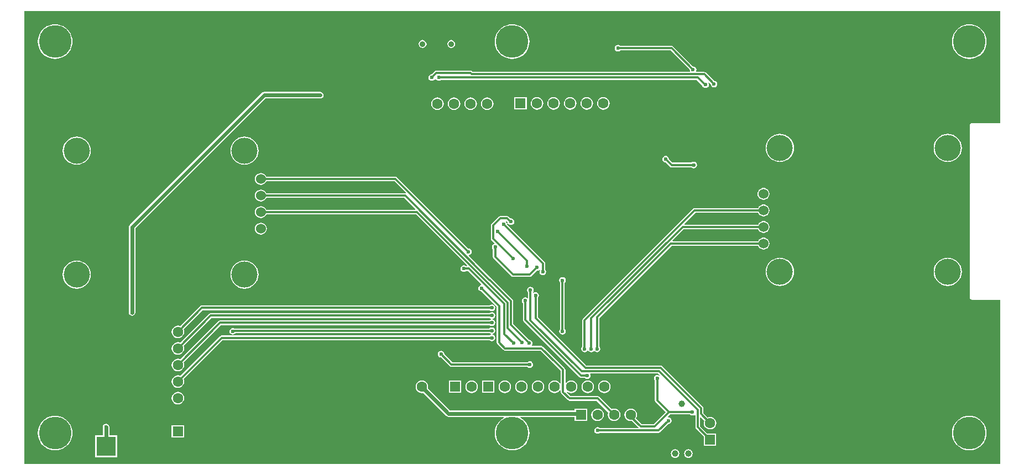
<source format=gbr>
%TF.GenerationSoftware,Altium Limited,Altium NEXUS,2.1.9 (83)*%
G04 Layer_Physical_Order=2*
G04 Layer_Color=16711680*
%FSLAX44Y44*%
%MOMM*%
%TF.FileFunction,Copper,L2,Bot,Signal*%
%TF.Part,Single*%
G01*
G75*
%TA.AperFunction,SMDPad,CuDef*%
%ADD35R,3.0000X3.0000*%
%TA.AperFunction,Conductor*%
%ADD42C,0.3000*%
%ADD43C,0.6000*%
%TA.AperFunction,ComponentPad*%
%ADD44C,1.6000*%
%ADD45R,1.6000X1.6000*%
%ADD46C,4.0000*%
%ADD47C,1.5240*%
%ADD48R,1.6000X1.6000*%
%ADD49C,1.0000*%
%TA.AperFunction,WasherPad*%
%ADD50C,5.0000*%
%TA.AperFunction,ComponentPad*%
%ADD51C,0.9000*%
%TA.AperFunction,ViaPad*%
%ADD52C,0.6000*%
G36*
X1496941Y696941D02*
X1496941Y525059D01*
X1454000Y525059D01*
X1452829Y524826D01*
X1451837Y524163D01*
X1451174Y523171D01*
X1450941Y522000D01*
X1450941Y257500D01*
X1451174Y256329D01*
X1451837Y255337D01*
X1452829Y254674D01*
X1454000Y254441D01*
X1496941Y254441D01*
X1496942Y3059D01*
X3059Y3059D01*
X3059Y696941D01*
X1496941Y696941D01*
D02*
G37*
%LPC*%
G36*
X656797Y652517D02*
X654456Y652052D01*
X652472Y650726D01*
X651146Y648741D01*
X650680Y646400D01*
X651146Y644059D01*
X652472Y642074D01*
X654456Y640748D01*
X656797Y640283D01*
X659139Y640748D01*
X661123Y642074D01*
X662449Y644059D01*
X662915Y646400D01*
X662449Y648741D01*
X661123Y650726D01*
X659139Y652052D01*
X656797Y652517D01*
D02*
G37*
G36*
X612798D02*
X610456Y652052D01*
X608472Y650726D01*
X607146Y648741D01*
X606680Y646400D01*
X607146Y644059D01*
X608472Y642074D01*
X610456Y640748D01*
X612798Y640283D01*
X615139Y640748D01*
X617123Y642074D01*
X618449Y644059D01*
X618915Y646400D01*
X618449Y648741D01*
X617123Y650726D01*
X615139Y652052D01*
X612798Y652517D01*
D02*
G37*
G36*
X1450000Y676582D02*
X1445842Y676255D01*
X1441786Y675281D01*
X1437932Y673685D01*
X1434375Y671505D01*
X1431204Y668796D01*
X1428495Y665624D01*
X1426315Y662068D01*
X1424719Y658214D01*
X1423745Y654158D01*
X1423418Y650000D01*
X1423745Y645842D01*
X1424719Y641786D01*
X1426315Y637932D01*
X1428495Y634375D01*
X1431204Y631204D01*
X1434375Y628495D01*
X1437932Y626315D01*
X1441786Y624719D01*
X1445842Y623745D01*
X1450000Y623418D01*
X1454158Y623745D01*
X1458214Y624719D01*
X1462068Y626315D01*
X1465625Y628495D01*
X1468796Y631204D01*
X1471505Y634375D01*
X1473685Y637932D01*
X1475281Y641786D01*
X1476255Y645842D01*
X1476582Y650000D01*
X1476255Y654158D01*
X1475281Y658214D01*
X1473685Y662068D01*
X1471505Y665624D01*
X1468796Y668796D01*
X1465625Y671505D01*
X1462068Y673685D01*
X1458214Y675281D01*
X1454158Y676255D01*
X1450000Y676582D01*
D02*
G37*
G36*
X750000D02*
X745842Y676255D01*
X741786Y675281D01*
X737932Y673685D01*
X734376Y671505D01*
X731204Y668796D01*
X728495Y665624D01*
X726315Y662068D01*
X724719Y658214D01*
X723745Y654158D01*
X723418Y650000D01*
X723745Y645842D01*
X724719Y641786D01*
X726315Y637932D01*
X728495Y634375D01*
X731204Y631204D01*
X734376Y628495D01*
X737932Y626315D01*
X741786Y624719D01*
X745842Y623745D01*
X750000Y623418D01*
X754158Y623745D01*
X758214Y624719D01*
X762068Y626315D01*
X765624Y628495D01*
X768796Y631204D01*
X771505Y634375D01*
X773685Y637932D01*
X775281Y641786D01*
X776255Y645842D01*
X776582Y650000D01*
X776255Y654158D01*
X775281Y658214D01*
X773685Y662068D01*
X771505Y665624D01*
X768796Y668796D01*
X765624Y671505D01*
X762068Y673685D01*
X758214Y675281D01*
X754158Y676255D01*
X750000Y676582D01*
D02*
G37*
G36*
X50000D02*
X45842Y676255D01*
X41786Y675281D01*
X37932Y673685D01*
X34376Y671505D01*
X31204Y668796D01*
X28495Y665624D01*
X26315Y662068D01*
X24719Y658214D01*
X23745Y654158D01*
X23418Y650000D01*
X23745Y645842D01*
X24719Y641786D01*
X26315Y637932D01*
X28495Y634375D01*
X31204Y631204D01*
X34376Y628495D01*
X37932Y626315D01*
X41786Y624719D01*
X45842Y623745D01*
X50000Y623418D01*
X54158Y623745D01*
X58214Y624719D01*
X62068Y626315D01*
X65624Y628495D01*
X68796Y631204D01*
X71505Y634375D01*
X73685Y637932D01*
X75281Y641786D01*
X76255Y645842D01*
X76582Y650000D01*
X76255Y654158D01*
X75281Y658214D01*
X73685Y662068D01*
X71505Y665624D01*
X68796Y668796D01*
X65624Y671505D01*
X62068Y673685D01*
X58214Y675281D01*
X54158Y676255D01*
X50000Y676582D01*
D02*
G37*
G36*
X912000Y645098D02*
X910049Y644710D01*
X908395Y643605D01*
X907290Y641951D01*
X906902Y640000D01*
X907290Y638049D01*
X908395Y636395D01*
X910049Y635290D01*
X912000Y634902D01*
X913951Y635290D01*
X915605Y636395D01*
X915629Y636431D01*
X992519D01*
X1021908Y607042D01*
X1021900Y606999D01*
X1022288Y605048D01*
X1022528Y604689D01*
X1021929Y603569D01*
X689478D01*
X688523Y604523D01*
X687366Y605297D01*
X686000Y605569D01*
X634000D01*
X632634Y605297D01*
X631477Y604523D01*
X627043Y600089D01*
X627000Y600098D01*
X625049Y599710D01*
X623395Y598605D01*
X622290Y596951D01*
X621902Y595000D01*
X622290Y593049D01*
X623395Y591395D01*
X625049Y590290D01*
X627000Y589902D01*
X628951Y590290D01*
X630605Y591395D01*
X631710Y593049D01*
X631853Y593766D01*
X633147D01*
X633290Y593049D01*
X634395Y591395D01*
X636049Y590290D01*
X638000Y589902D01*
X639951Y590290D01*
X641605Y591395D01*
X641629Y591431D01*
X1032522D01*
X1041138Y582816D01*
X1041290Y582049D01*
X1042395Y580395D01*
X1044049Y579290D01*
X1046000Y578902D01*
X1047951Y579290D01*
X1049605Y580395D01*
X1050710Y582049D01*
X1051098Y584000D01*
X1050710Y585951D01*
X1050298Y586568D01*
X1051000Y587803D01*
X1051159Y587794D01*
X1053911Y585043D01*
X1053902Y585000D01*
X1054290Y583049D01*
X1055395Y581395D01*
X1057049Y580290D01*
X1059000Y579902D01*
X1060951Y580290D01*
X1062605Y581395D01*
X1063710Y583049D01*
X1064098Y585000D01*
X1063710Y586951D01*
X1062605Y588605D01*
X1060951Y589710D01*
X1059000Y590098D01*
X1058957Y590089D01*
X1046523Y602523D01*
X1045366Y603297D01*
X1044000Y603569D01*
X1032066D01*
X1031468Y604689D01*
X1031708Y605048D01*
X1032096Y606999D01*
X1031708Y608950D01*
X1030603Y610604D01*
X1028949Y611709D01*
X1026998Y612097D01*
X1026955Y612088D01*
X996520Y642523D01*
X995362Y643297D01*
X993997Y643569D01*
X915629D01*
X915605Y643605D01*
X913951Y644710D01*
X912000Y645098D01*
D02*
G37*
G36*
X772230Y564840D02*
X753230D01*
Y545840D01*
X772230D01*
Y564840D01*
D02*
G37*
G36*
X889730Y564922D02*
X887250Y564596D01*
X884939Y563639D01*
X882954Y562116D01*
X881431Y560131D01*
X880474Y557820D01*
X880148Y555340D01*
X880474Y552860D01*
X881431Y550549D01*
X882954Y548565D01*
X884939Y547042D01*
X887250Y546085D01*
X889730Y545759D01*
X892210Y546085D01*
X894521Y547042D01*
X896505Y548565D01*
X898028Y550549D01*
X898985Y552860D01*
X899312Y555340D01*
X898985Y557820D01*
X898028Y560131D01*
X896505Y562116D01*
X894521Y563639D01*
X892210Y564596D01*
X889730Y564922D01*
D02*
G37*
G36*
X864330D02*
X861850Y564596D01*
X859539Y563639D01*
X857554Y562116D01*
X856031Y560131D01*
X855074Y557820D01*
X854748Y555340D01*
X855074Y552860D01*
X856031Y550549D01*
X857554Y548565D01*
X859539Y547042D01*
X861850Y546085D01*
X864330Y545759D01*
X866810Y546085D01*
X869121Y547042D01*
X871105Y548565D01*
X872628Y550549D01*
X873585Y552860D01*
X873912Y555340D01*
X873585Y557820D01*
X872628Y560131D01*
X871105Y562116D01*
X869121Y563639D01*
X866810Y564596D01*
X864330Y564922D01*
D02*
G37*
G36*
X838930D02*
X836450Y564596D01*
X834139Y563639D01*
X832154Y562116D01*
X830631Y560131D01*
X829674Y557820D01*
X829348Y555340D01*
X829674Y552860D01*
X830631Y550549D01*
X832154Y548565D01*
X834139Y547042D01*
X836450Y546085D01*
X838930Y545759D01*
X841410Y546085D01*
X843721Y547042D01*
X845705Y548565D01*
X847228Y550549D01*
X848185Y552860D01*
X848512Y555340D01*
X848185Y557820D01*
X847228Y560131D01*
X845705Y562116D01*
X843721Y563639D01*
X841410Y564596D01*
X838930Y564922D01*
D02*
G37*
G36*
X813530D02*
X811050Y564596D01*
X808739Y563639D01*
X806754Y562116D01*
X805231Y560131D01*
X804274Y557820D01*
X803948Y555340D01*
X804274Y552860D01*
X805231Y550549D01*
X806754Y548565D01*
X808739Y547042D01*
X811050Y546085D01*
X813530Y545759D01*
X816010Y546085D01*
X818321Y547042D01*
X820305Y548565D01*
X821828Y550549D01*
X822785Y552860D01*
X823111Y555340D01*
X822785Y557820D01*
X821828Y560131D01*
X820305Y562116D01*
X818321Y563639D01*
X816010Y564596D01*
X813530Y564922D01*
D02*
G37*
G36*
X788130D02*
X785650Y564596D01*
X783339Y563639D01*
X781354Y562116D01*
X779831Y560131D01*
X778874Y557820D01*
X778548Y555340D01*
X778874Y552860D01*
X779831Y550549D01*
X781354Y548565D01*
X783339Y547042D01*
X785650Y546085D01*
X788130Y545759D01*
X790610Y546085D01*
X792921Y547042D01*
X794905Y548565D01*
X796428Y550549D01*
X797385Y552860D01*
X797711Y555340D01*
X797385Y557820D01*
X796428Y560131D01*
X794905Y562116D01*
X792921Y563639D01*
X790610Y564596D01*
X788130Y564922D01*
D02*
G37*
G36*
X711930Y564582D02*
X709450Y564255D01*
X707139Y563298D01*
X705154Y561776D01*
X703632Y559791D01*
X702674Y557480D01*
X702348Y555000D01*
X702674Y552520D01*
X703632Y550209D01*
X705154Y548225D01*
X707139Y546702D01*
X709450Y545745D01*
X711930Y545418D01*
X714410Y545745D01*
X716721Y546702D01*
X718705Y548225D01*
X720228Y550209D01*
X721186Y552520D01*
X721512Y555000D01*
X721186Y557480D01*
X720228Y559791D01*
X718705Y561776D01*
X716721Y563298D01*
X714410Y564255D01*
X711930Y564582D01*
D02*
G37*
G36*
X686530D02*
X684050Y564255D01*
X681739Y563298D01*
X679754Y561776D01*
X678232Y559791D01*
X677274Y557480D01*
X676948Y555000D01*
X677274Y552520D01*
X678232Y550209D01*
X679754Y548225D01*
X681739Y546702D01*
X684050Y545745D01*
X686530Y545418D01*
X689010Y545745D01*
X691321Y546702D01*
X693305Y548225D01*
X694828Y550209D01*
X695786Y552520D01*
X696112Y555000D01*
X695786Y557480D01*
X694828Y559791D01*
X693305Y561776D01*
X691321Y563298D01*
X689010Y564255D01*
X686530Y564582D01*
D02*
G37*
G36*
X661130D02*
X658650Y564255D01*
X656339Y563298D01*
X654354Y561776D01*
X652832Y559791D01*
X651874Y557480D01*
X651548Y555000D01*
X651874Y552520D01*
X652832Y550209D01*
X654354Y548225D01*
X656339Y546702D01*
X658650Y545745D01*
X661130Y545418D01*
X663610Y545745D01*
X665921Y546702D01*
X667905Y548225D01*
X669428Y550209D01*
X670386Y552520D01*
X670712Y555000D01*
X670386Y557480D01*
X669428Y559791D01*
X667905Y561776D01*
X665921Y563298D01*
X663610Y564255D01*
X661130Y564582D01*
D02*
G37*
G36*
X635730D02*
X633250Y564255D01*
X630939Y563298D01*
X628955Y561776D01*
X627432Y559791D01*
X626474Y557480D01*
X626148Y555000D01*
X626474Y552520D01*
X627432Y550209D01*
X628955Y548225D01*
X630939Y546702D01*
X633250Y545745D01*
X635730Y545418D01*
X638210Y545745D01*
X640521Y546702D01*
X642505Y548225D01*
X644028Y550209D01*
X644986Y552520D01*
X645312Y555000D01*
X644986Y557480D01*
X644028Y559791D01*
X642505Y561776D01*
X640521Y563298D01*
X638210Y564255D01*
X635730Y564582D01*
D02*
G37*
G36*
X1416926Y508684D02*
X1412711Y508269D01*
X1408658Y507039D01*
X1404924Y505043D01*
X1401650Y502356D01*
X1398963Y499082D01*
X1396967Y495348D01*
X1395737Y491295D01*
X1395322Y487080D01*
X1395737Y482865D01*
X1396967Y478812D01*
X1398963Y475078D01*
X1401650Y471804D01*
X1404924Y469117D01*
X1408658Y467121D01*
X1412711Y465891D01*
X1416926Y465476D01*
X1421141Y465891D01*
X1425193Y467121D01*
X1428929Y469117D01*
X1432202Y471804D01*
X1434889Y475078D01*
X1436886Y478812D01*
X1438115Y482865D01*
X1438530Y487080D01*
X1438115Y491295D01*
X1436886Y495348D01*
X1434889Y499082D01*
X1432202Y502356D01*
X1428929Y505043D01*
X1425193Y507039D01*
X1421141Y508269D01*
X1416926Y508684D01*
D02*
G37*
G36*
X1159926D02*
X1155711Y508269D01*
X1151658Y507039D01*
X1147924Y505043D01*
X1144650Y502356D01*
X1141963Y499082D01*
X1139967Y495348D01*
X1138737Y491295D01*
X1138322Y487080D01*
X1138737Y482865D01*
X1139967Y478812D01*
X1141963Y475078D01*
X1144650Y471804D01*
X1147924Y469117D01*
X1151658Y467121D01*
X1155711Y465891D01*
X1159926Y465476D01*
X1164141Y465891D01*
X1168194Y467121D01*
X1171928Y469117D01*
X1175202Y471804D01*
X1177889Y475078D01*
X1179885Y478812D01*
X1181115Y482865D01*
X1181530Y487080D01*
X1181115Y491295D01*
X1179885Y495348D01*
X1177889Y499082D01*
X1175202Y502356D01*
X1171928Y505043D01*
X1168194Y507039D01*
X1164141Y508269D01*
X1159926Y508684D01*
D02*
G37*
G36*
X340074Y504524D02*
X335859Y504109D01*
X331806Y502879D01*
X328072Y500883D01*
X324798Y498196D01*
X322111Y494923D01*
X320115Y491188D01*
X318885Y487135D01*
X318470Y482920D01*
X318885Y478705D01*
X320115Y474652D01*
X322111Y470918D01*
X324798Y467644D01*
X328072Y464957D01*
X331806Y462961D01*
X335859Y461731D01*
X340074Y461316D01*
X344289Y461731D01*
X348341Y462961D01*
X352076Y464957D01*
X355350Y467644D01*
X358037Y470918D01*
X360033Y474652D01*
X361263Y478705D01*
X361678Y482920D01*
X361263Y487135D01*
X360033Y491188D01*
X358037Y494923D01*
X355350Y498196D01*
X352076Y500883D01*
X348341Y502879D01*
X344289Y504109D01*
X340074Y504524D01*
D02*
G37*
G36*
X83074D02*
X78859Y504109D01*
X74806Y502879D01*
X71072Y500883D01*
X67798Y498196D01*
X65111Y494923D01*
X63115Y491188D01*
X61885Y487135D01*
X61470Y482920D01*
X61885Y478705D01*
X63115Y474652D01*
X65111Y470918D01*
X67798Y467644D01*
X71072Y464957D01*
X74806Y462961D01*
X78859Y461731D01*
X83074Y461316D01*
X87289Y461731D01*
X91341Y462961D01*
X95077Y464957D01*
X98350Y467644D01*
X101037Y470918D01*
X103034Y474652D01*
X104263Y478705D01*
X104678Y482920D01*
X104263Y487135D01*
X103034Y491188D01*
X101037Y494923D01*
X98350Y498196D01*
X95077Y500883D01*
X91341Y502879D01*
X87289Y504109D01*
X83074Y504524D01*
D02*
G37*
G36*
X985000Y475098D02*
X983049Y474710D01*
X981395Y473605D01*
X980290Y471951D01*
X979902Y470000D01*
X980290Y468049D01*
X981395Y466395D01*
X983049Y465290D01*
X985000Y464902D01*
X985043Y464911D01*
X991477Y458477D01*
X992634Y457703D01*
X994000Y457431D01*
X1024371D01*
X1024395Y457395D01*
X1026049Y456290D01*
X1028000Y455902D01*
X1029951Y456290D01*
X1031605Y457395D01*
X1032710Y459049D01*
X1033098Y461000D01*
X1032710Y462951D01*
X1031605Y464605D01*
X1029951Y465710D01*
X1028000Y466098D01*
X1026049Y465710D01*
X1024395Y464605D01*
X1024371Y464569D01*
X995478D01*
X990089Y469957D01*
X990098Y470000D01*
X989710Y471951D01*
X988605Y473605D01*
X986951Y474710D01*
X985000Y475098D01*
D02*
G37*
G36*
X365074Y448719D02*
X362693Y448405D01*
X360475Y447486D01*
X358569Y446025D01*
X357108Y444119D01*
X356189Y441901D01*
X355875Y439520D01*
X356189Y437139D01*
X357108Y434921D01*
X358569Y433016D01*
X360475Y431554D01*
X362693Y430635D01*
X365074Y430321D01*
X367455Y430635D01*
X369673Y431554D01*
X371578Y433016D01*
X373040Y434921D01*
X373467Y435951D01*
X570002D01*
X587205Y418748D01*
X586580Y417578D01*
X586022Y417689D01*
X373467D01*
X373040Y418719D01*
X371578Y420625D01*
X369673Y422086D01*
X367455Y423005D01*
X365074Y423319D01*
X362693Y423005D01*
X360475Y422086D01*
X358569Y420625D01*
X357108Y418719D01*
X356189Y416501D01*
X355875Y414120D01*
X356189Y411739D01*
X357108Y409521D01*
X358569Y407616D01*
X360475Y406154D01*
X362693Y405235D01*
X365074Y404921D01*
X367455Y405235D01*
X369673Y406154D01*
X371578Y407616D01*
X373040Y409521D01*
X373467Y410551D01*
X584544D01*
X601633Y393462D01*
X601147Y392289D01*
X373467D01*
X373040Y393319D01*
X371578Y395224D01*
X369673Y396686D01*
X367455Y397605D01*
X365074Y397919D01*
X362693Y397605D01*
X360475Y396686D01*
X358569Y395224D01*
X357108Y393319D01*
X356189Y391101D01*
X355875Y388720D01*
X356189Y386339D01*
X357108Y384121D01*
X358569Y382215D01*
X360475Y380754D01*
X362693Y379835D01*
X365074Y379521D01*
X367455Y379835D01*
X369673Y380754D01*
X371578Y382215D01*
X373040Y384121D01*
X373467Y385151D01*
X602873D01*
X681282Y306742D01*
X680816Y305616D01*
X679623Y305578D01*
X679605Y305605D01*
X677951Y306710D01*
X676000Y307098D01*
X674049Y306710D01*
X672395Y305605D01*
X671290Y303951D01*
X670902Y302000D01*
X671290Y300049D01*
X672395Y298395D01*
X674049Y297290D01*
X676000Y296902D01*
X677951Y297290D01*
X679605Y298395D01*
X679629Y298431D01*
X682522D01*
X702633Y278320D01*
X702215Y276942D01*
X701049Y276710D01*
X699395Y275605D01*
X698290Y273951D01*
X697902Y272000D01*
X698290Y270049D01*
X699395Y268395D01*
X701049Y267290D01*
X703000Y266902D01*
X703043Y266910D01*
X723256Y246697D01*
X722447Y245710D01*
X720951Y246710D01*
X719000Y247098D01*
X717049Y246710D01*
X715395Y245605D01*
X715371Y245569D01*
X274800D01*
X273434Y245297D01*
X272277Y244523D01*
X241702Y213949D01*
X240480Y214456D01*
X238000Y214782D01*
X235520Y214456D01*
X233209Y213498D01*
X231225Y211975D01*
X229702Y209991D01*
X228745Y207680D01*
X228418Y205200D01*
X228745Y202720D01*
X229702Y200409D01*
X231225Y198424D01*
X233209Y196902D01*
X235520Y195944D01*
X238000Y195618D01*
X240480Y195944D01*
X242791Y196902D01*
X244776Y198424D01*
X246298Y200409D01*
X247255Y202720D01*
X247582Y205200D01*
X247255Y207680D01*
X246749Y208902D01*
X276278Y238431D01*
X715371D01*
X715395Y238395D01*
X717049Y237290D01*
X719000Y236902D01*
X720951Y237290D01*
X722605Y238395D01*
X723710Y240049D01*
X724098Y242000D01*
X723710Y243951D01*
X722710Y245447D01*
X723697Y246256D01*
X726431Y243522D01*
Y189000D01*
X726703Y187634D01*
X727477Y186477D01*
X736477Y177477D01*
X737634Y176703D01*
X739000Y176431D01*
X793522D01*
X814977Y154977D01*
X815276Y154776D01*
X815477Y154477D01*
X824431Y145522D01*
Y125891D01*
X823161Y125638D01*
X823098Y125791D01*
X821575Y127775D01*
X819591Y129298D01*
X817280Y130255D01*
X814800Y130582D01*
X812320Y130255D01*
X810009Y129298D01*
X808025Y127775D01*
X806502Y125791D01*
X805545Y123480D01*
X805218Y121000D01*
X805545Y118520D01*
X806502Y116209D01*
X808025Y114225D01*
X810009Y112702D01*
X812320Y111745D01*
X814800Y111418D01*
X817280Y111745D01*
X819591Y112702D01*
X821575Y114225D01*
X823098Y116209D01*
X823161Y116362D01*
X824431Y116109D01*
Y113000D01*
X824703Y111634D01*
X825477Y110477D01*
X835477Y100477D01*
X836634Y99703D01*
X838000Y99431D01*
X879522D01*
X897251Y81702D01*
X896745Y80480D01*
X896418Y78000D01*
X896745Y75520D01*
X897702Y73209D01*
X899224Y71224D01*
X901209Y69702D01*
X903520Y68745D01*
X906000Y68418D01*
X908480Y68745D01*
X910791Y69702D01*
X912775Y71224D01*
X914298Y73209D01*
X915255Y75520D01*
X915582Y78000D01*
X915255Y80480D01*
X914298Y82791D01*
X912775Y84775D01*
X910791Y86298D01*
X908480Y87255D01*
X906000Y87582D01*
X903520Y87255D01*
X902298Y86749D01*
X883523Y105523D01*
X882366Y106297D01*
X881000Y106569D01*
X839478D01*
X833418Y112629D01*
X834257Y113586D01*
X835409Y112702D01*
X837720Y111745D01*
X840200Y111418D01*
X842680Y111745D01*
X844991Y112702D01*
X846975Y114225D01*
X848498Y116209D01*
X849455Y118520D01*
X849782Y121000D01*
X849455Y123480D01*
X848498Y125791D01*
X846975Y127775D01*
X844991Y129298D01*
X842680Y130255D01*
X840200Y130582D01*
X837720Y130255D01*
X835409Y129298D01*
X833425Y127775D01*
X832839Y127012D01*
X831569Y127443D01*
Y147000D01*
X831297Y148366D01*
X830523Y149523D01*
X820523Y159523D01*
X820224Y159724D01*
X820023Y160023D01*
X797523Y182523D01*
X796366Y183297D01*
X795000Y183569D01*
X780480D01*
X779901Y184839D01*
X780710Y186049D01*
X781098Y188000D01*
X780710Y189951D01*
X779605Y191605D01*
X777951Y192710D01*
X776000Y193098D01*
X775957Y193090D01*
X751569Y217478D01*
Y252142D01*
X751297Y253508D01*
X750523Y254666D01*
X718094Y287094D01*
X717837Y287266D01*
X717665Y287523D01*
X683485Y321704D01*
X683903Y323082D01*
X684951Y323290D01*
X686605Y324395D01*
X687710Y326049D01*
X688098Y328000D01*
X687710Y329951D01*
X686605Y331605D01*
X684951Y332710D01*
X683000Y333098D01*
X682957Y333089D01*
X574003Y442043D01*
X572846Y442817D01*
X571480Y443089D01*
X373467D01*
X373040Y444119D01*
X371578Y446025D01*
X369673Y447486D01*
X367455Y448405D01*
X365074Y448719D01*
D02*
G37*
G36*
X1134926Y425879D02*
X1132545Y425565D01*
X1130327Y424646D01*
X1128421Y423185D01*
X1126960Y421279D01*
X1126041Y419061D01*
X1125727Y416680D01*
X1126041Y414299D01*
X1126960Y412081D01*
X1128421Y410176D01*
X1130327Y408714D01*
X1132545Y407795D01*
X1134926Y407481D01*
X1137307Y407795D01*
X1139525Y408714D01*
X1141431Y410176D01*
X1142892Y412081D01*
X1143811Y414299D01*
X1144125Y416680D01*
X1143811Y419061D01*
X1142892Y421279D01*
X1141431Y423185D01*
X1139525Y424646D01*
X1137307Y425565D01*
X1134926Y425879D01*
D02*
G37*
G36*
Y400479D02*
X1132545Y400165D01*
X1130327Y399246D01*
X1128421Y397785D01*
X1126960Y395879D01*
X1126533Y394849D01*
X1029280D01*
X1027914Y394577D01*
X1026757Y393803D01*
X858477Y225523D01*
X857703Y224366D01*
X857431Y223000D01*
Y182629D01*
X857395Y182605D01*
X856290Y180951D01*
X855902Y179000D01*
X856290Y177049D01*
X857395Y175395D01*
X859049Y174290D01*
X861000Y173902D01*
X862951Y174290D01*
X864605Y175395D01*
X865236Y176340D01*
X866764D01*
X867395Y175395D01*
X869049Y174290D01*
X871000Y173902D01*
X872951Y174290D01*
X874605Y175395D01*
X874865Y175785D01*
X876135D01*
X876395Y175395D01*
X878049Y174290D01*
X880000Y173902D01*
X881951Y174290D01*
X883605Y175395D01*
X884710Y177049D01*
X885098Y179000D01*
X884710Y180951D01*
X883605Y182605D01*
X883569Y182629D01*
Y226380D01*
X994100Y336911D01*
X1126533D01*
X1126960Y335881D01*
X1128421Y333976D01*
X1130327Y332514D01*
X1132545Y331595D01*
X1134926Y331281D01*
X1137307Y331595D01*
X1139525Y332514D01*
X1141431Y333976D01*
X1142892Y335881D01*
X1143811Y338099D01*
X1144125Y340480D01*
X1143811Y342861D01*
X1142892Y345079D01*
X1141431Y346984D01*
X1139525Y348446D01*
X1137307Y349365D01*
X1134926Y349679D01*
X1132545Y349365D01*
X1130327Y348446D01*
X1128421Y346984D01*
X1126960Y345079D01*
X1126533Y344049D01*
X995826D01*
X995340Y345222D01*
X1012429Y362311D01*
X1126533D01*
X1126960Y361281D01*
X1128421Y359376D01*
X1130327Y357914D01*
X1132545Y356995D01*
X1134926Y356681D01*
X1137307Y356995D01*
X1139525Y357914D01*
X1141431Y359376D01*
X1142892Y361281D01*
X1143811Y363499D01*
X1144125Y365880D01*
X1143811Y368261D01*
X1142892Y370479D01*
X1141431Y372384D01*
X1139525Y373846D01*
X1137307Y374765D01*
X1134926Y375079D01*
X1132545Y374765D01*
X1130327Y373846D01*
X1128421Y372384D01*
X1126960Y370479D01*
X1126533Y369449D01*
X1014155D01*
X1013669Y370622D01*
X1030758Y387711D01*
X1126533D01*
X1126960Y386681D01*
X1128421Y384776D01*
X1130327Y383314D01*
X1132545Y382395D01*
X1134926Y382081D01*
X1137307Y382395D01*
X1139525Y383314D01*
X1141431Y384776D01*
X1142892Y386681D01*
X1143811Y388899D01*
X1144125Y391280D01*
X1143811Y393661D01*
X1142892Y395879D01*
X1141431Y397785D01*
X1139525Y399246D01*
X1137307Y400165D01*
X1134926Y400479D01*
D02*
G37*
G36*
X742393Y382569D02*
X732000D01*
X730634Y382297D01*
X729477Y381523D01*
X718477Y370523D01*
X717703Y369366D01*
X717431Y368000D01*
Y348000D01*
X717703Y346634D01*
X718477Y345477D01*
X722927Y341026D01*
X722558Y339811D01*
X722049Y339710D01*
X720395Y338605D01*
X719290Y336951D01*
X718902Y335000D01*
X719290Y333049D01*
X720395Y331395D01*
X720431Y331371D01*
Y320000D01*
X720703Y318634D01*
X721477Y317477D01*
X748477Y290477D01*
X749634Y289703D01*
X751000Y289431D01*
X777000D01*
X778366Y289703D01*
X779523Y290477D01*
X787957Y298911D01*
X788000Y298902D01*
X789951Y299290D01*
X791280Y300178D01*
X792429Y299988D01*
X792754Y299828D01*
X792796Y299708D01*
X792290Y298951D01*
X791902Y297000D01*
X792290Y295049D01*
X793395Y293395D01*
X795049Y292290D01*
X797000Y291902D01*
X798951Y292290D01*
X800605Y293395D01*
X801710Y295049D01*
X802098Y297000D01*
X801710Y298951D01*
X800605Y300605D01*
X800569Y300629D01*
Y310000D01*
X800297Y311366D01*
X799523Y312523D01*
X742089Y369957D01*
X742098Y370000D01*
X741710Y371951D01*
X740605Y373605D01*
X740933Y374913D01*
X741352Y374995D01*
X743040Y373307D01*
X743290Y372049D01*
X744395Y370395D01*
X746049Y369290D01*
X748000Y368902D01*
X749951Y369290D01*
X751605Y370395D01*
X752710Y372049D01*
X753098Y374000D01*
X752710Y375951D01*
X751605Y377605D01*
X749951Y378710D01*
X748000Y379098D01*
X747451Y378989D01*
X744917Y381523D01*
X743759Y382297D01*
X742393Y382569D01*
D02*
G37*
G36*
X365074Y372519D02*
X362693Y372205D01*
X360475Y371286D01*
X358569Y369824D01*
X357108Y367919D01*
X356189Y365701D01*
X355875Y363320D01*
X356189Y360939D01*
X357108Y358721D01*
X358569Y356815D01*
X360475Y355354D01*
X362693Y354435D01*
X365074Y354121D01*
X367455Y354435D01*
X369673Y355354D01*
X371578Y356815D01*
X373040Y358721D01*
X373959Y360939D01*
X374273Y363320D01*
X373959Y365701D01*
X373040Y367919D01*
X371578Y369824D01*
X369673Y371286D01*
X367455Y372205D01*
X365074Y372519D01*
D02*
G37*
G36*
X1416926Y318684D02*
X1412711Y318269D01*
X1408658Y317040D01*
X1404924Y315043D01*
X1401650Y312356D01*
X1398963Y309083D01*
X1396967Y305347D01*
X1395737Y301295D01*
X1395322Y297080D01*
X1395737Y292865D01*
X1396967Y288813D01*
X1398963Y285077D01*
X1401650Y281804D01*
X1404924Y279117D01*
X1408658Y277120D01*
X1412711Y275891D01*
X1416926Y275476D01*
X1421141Y275891D01*
X1425193Y277120D01*
X1428929Y279117D01*
X1432202Y281804D01*
X1434889Y285077D01*
X1436886Y288813D01*
X1438115Y292865D01*
X1438530Y297080D01*
X1438115Y301295D01*
X1436886Y305347D01*
X1434889Y309083D01*
X1432202Y312356D01*
X1428929Y315043D01*
X1425193Y317040D01*
X1421141Y318269D01*
X1416926Y318684D01*
D02*
G37*
G36*
X1159926D02*
X1155711Y318269D01*
X1151658Y317040D01*
X1147924Y315043D01*
X1144650Y312356D01*
X1141963Y309083D01*
X1139967Y305347D01*
X1138737Y301295D01*
X1138322Y297080D01*
X1138737Y292865D01*
X1139967Y288813D01*
X1141963Y285077D01*
X1144650Y281804D01*
X1147924Y279117D01*
X1151658Y277120D01*
X1155711Y275891D01*
X1159926Y275476D01*
X1164141Y275891D01*
X1168194Y277120D01*
X1171928Y279117D01*
X1175202Y281804D01*
X1177889Y285077D01*
X1179885Y288813D01*
X1181115Y292865D01*
X1181530Y297080D01*
X1181115Y301295D01*
X1179885Y305347D01*
X1177889Y309083D01*
X1175202Y312356D01*
X1171928Y315043D01*
X1168194Y317040D01*
X1164141Y318269D01*
X1159926Y318684D01*
D02*
G37*
G36*
X340074Y314524D02*
X335859Y314109D01*
X331806Y312880D01*
X328072Y310883D01*
X324798Y308196D01*
X322111Y304923D01*
X320115Y301187D01*
X318885Y297135D01*
X318470Y292920D01*
X318885Y288705D01*
X320115Y284653D01*
X322111Y280917D01*
X324798Y277644D01*
X328072Y274957D01*
X331806Y272960D01*
X335859Y271731D01*
X340074Y271316D01*
X344289Y271731D01*
X348341Y272960D01*
X352076Y274957D01*
X355350Y277644D01*
X358037Y280917D01*
X360033Y284653D01*
X361263Y288705D01*
X361678Y292920D01*
X361263Y297135D01*
X360033Y301187D01*
X358037Y304923D01*
X355350Y308196D01*
X352076Y310883D01*
X348341Y312880D01*
X344289Y314109D01*
X340074Y314524D01*
D02*
G37*
G36*
X83074D02*
X78859Y314109D01*
X74806Y312880D01*
X71072Y310883D01*
X67798Y308196D01*
X65111Y304923D01*
X63115Y301187D01*
X61885Y297135D01*
X61470Y292920D01*
X61885Y288705D01*
X63115Y284653D01*
X65111Y280917D01*
X67798Y277644D01*
X71072Y274957D01*
X74806Y272960D01*
X78859Y271731D01*
X83074Y271316D01*
X87289Y271731D01*
X91341Y272960D01*
X95077Y274957D01*
X98350Y277644D01*
X101037Y280917D01*
X103034Y284653D01*
X104263Y288705D01*
X104678Y292920D01*
X104263Y297135D01*
X103034Y301187D01*
X101037Y304923D01*
X98350Y308196D01*
X95077Y310883D01*
X91341Y312880D01*
X87289Y314109D01*
X83074Y314524D01*
D02*
G37*
G36*
X778000Y274098D02*
X776049Y273710D01*
X774395Y272605D01*
X773290Y270951D01*
X772902Y269000D01*
X773290Y267049D01*
X774395Y265395D01*
X774431Y265371D01*
Y257480D01*
X773161Y256901D01*
X771951Y257710D01*
X770000Y258098D01*
X768049Y257710D01*
X766395Y256605D01*
X765290Y254951D01*
X764902Y253000D01*
X765290Y251049D01*
X766395Y249395D01*
X766431Y249371D01*
Y223929D01*
X766703Y222563D01*
X767477Y221406D01*
X853406Y135477D01*
X854563Y134703D01*
X855929Y134431D01*
X861371D01*
X861395Y134395D01*
X863049Y133290D01*
X865000Y132902D01*
X866951Y133290D01*
X868605Y134395D01*
X869710Y136049D01*
X870098Y138000D01*
X869710Y139951D01*
X869469Y140311D01*
X870068Y141431D01*
X973522D01*
X975794Y139159D01*
X975803Y139000D01*
X974568Y138298D01*
X973951Y138710D01*
X972000Y139098D01*
X970049Y138710D01*
X968395Y137605D01*
X967290Y135951D01*
X966902Y134000D01*
X967290Y132049D01*
X968395Y130395D01*
X968431Y130371D01*
Y100000D01*
X968703Y98634D01*
X969477Y97477D01*
X984953Y82000D01*
X966522Y63569D01*
X948478D01*
X939325Y72722D01*
X939698Y73209D01*
X940655Y75520D01*
X940982Y78000D01*
X940655Y80480D01*
X939698Y82791D01*
X938175Y84775D01*
X936191Y86298D01*
X933880Y87255D01*
X931400Y87582D01*
X928920Y87255D01*
X926609Y86298D01*
X924624Y84775D01*
X923102Y82791D01*
X922144Y80480D01*
X921818Y78000D01*
X922144Y75520D01*
X923102Y73209D01*
X924624Y71224D01*
X926609Y69702D01*
X928920Y68745D01*
X931400Y68418D01*
X933287Y68667D01*
X943211Y58742D01*
X942725Y57569D01*
X884629D01*
X884605Y57605D01*
X882951Y58710D01*
X881000Y59098D01*
X879049Y58710D01*
X877395Y57605D01*
X876290Y55951D01*
X875902Y54000D01*
X876290Y52049D01*
X877395Y50395D01*
X879049Y49290D01*
X881000Y48902D01*
X882951Y49290D01*
X884605Y50395D01*
X884629Y50431D01*
X974000D01*
X975366Y50703D01*
X976523Y51477D01*
X988957Y63910D01*
X989000Y63902D01*
X990951Y64290D01*
X992605Y65395D01*
X993710Y67049D01*
X994098Y69000D01*
X993710Y70951D01*
X992605Y72605D01*
X990951Y73710D01*
X989000Y74098D01*
X988926Y74083D01*
X988300Y75254D01*
X991478Y78431D01*
X1022371D01*
X1022395Y78395D01*
X1024049Y77290D01*
X1026000Y76902D01*
X1027951Y77290D01*
X1029161Y78099D01*
X1030431Y77520D01*
Y59000D01*
X1030703Y57634D01*
X1031477Y56477D01*
X1043500Y44453D01*
Y30500D01*
X1062500D01*
Y49500D01*
X1048547D01*
X1037569Y60478D01*
Y74125D01*
X1038742Y74611D01*
X1044251Y69102D01*
X1043745Y67880D01*
X1043418Y65400D01*
X1043745Y62920D01*
X1044702Y60609D01*
X1046225Y58625D01*
X1048209Y57102D01*
X1050520Y56144D01*
X1053000Y55818D01*
X1055480Y56144D01*
X1057791Y57102D01*
X1059775Y58625D01*
X1061298Y60609D01*
X1062255Y62920D01*
X1062582Y65400D01*
X1062255Y67880D01*
X1061298Y70191D01*
X1059775Y72175D01*
X1057791Y73698D01*
X1055480Y74655D01*
X1053000Y74982D01*
X1050520Y74655D01*
X1049298Y74149D01*
X1042569Y80878D01*
Y88071D01*
X1042297Y89437D01*
X1041523Y90594D01*
X979594Y152523D01*
X978437Y153297D01*
X977071Y153569D01*
X883000D01*
X883000Y153569D01*
X863478D01*
X789569Y227478D01*
Y257371D01*
X789605Y257395D01*
X790710Y259049D01*
X791098Y261000D01*
X790710Y262951D01*
X789605Y264605D01*
X787951Y265710D01*
X786000Y266098D01*
X784049Y265710D01*
X782839Y264901D01*
X782727Y264942D01*
X781974Y265948D01*
X782710Y267049D01*
X783098Y269000D01*
X782710Y270951D01*
X781605Y272605D01*
X779951Y273710D01*
X778000Y274098D01*
D02*
G37*
G36*
X456000Y573098D02*
X370000D01*
X368049Y572710D01*
X366395Y571605D01*
X164395Y369605D01*
X163290Y367951D01*
X162902Y366000D01*
Y235000D01*
X163290Y233049D01*
X164395Y231395D01*
X166049Y230290D01*
X168000Y229902D01*
X169951Y230290D01*
X171605Y231395D01*
X172710Y233049D01*
X173098Y235000D01*
Y363888D01*
X372112Y562902D01*
X456000D01*
X457951Y563290D01*
X459605Y564395D01*
X460710Y566049D01*
X461098Y568000D01*
X460710Y569951D01*
X459605Y571605D01*
X457951Y572710D01*
X456000Y573098D01*
D02*
G37*
G36*
X719000Y235098D02*
X717049Y234710D01*
X715395Y233605D01*
X715371Y233569D01*
X288200D01*
X286834Y233297D01*
X285677Y232523D01*
X241702Y188549D01*
X240480Y189056D01*
X238000Y189382D01*
X235520Y189056D01*
X233209Y188098D01*
X231225Y186575D01*
X229702Y184591D01*
X228745Y182280D01*
X228418Y179800D01*
X228745Y177320D01*
X229702Y175009D01*
X231225Y173025D01*
X233209Y171502D01*
X235520Y170544D01*
X238000Y170218D01*
X240480Y170544D01*
X242791Y171502D01*
X244776Y173025D01*
X246298Y175009D01*
X247255Y177320D01*
X247582Y179800D01*
X247255Y182280D01*
X246749Y183502D01*
X289678Y226431D01*
X715371D01*
X715395Y226395D01*
X717049Y225290D01*
X717766Y225147D01*
Y223853D01*
X717049Y223710D01*
X715395Y222605D01*
X715371Y222569D01*
X302600D01*
X301234Y222297D01*
X300077Y221523D01*
X241702Y163149D01*
X240480Y163655D01*
X238000Y163982D01*
X235520Y163655D01*
X233209Y162698D01*
X231225Y161175D01*
X229702Y159191D01*
X228745Y156880D01*
X228418Y154400D01*
X228745Y151920D01*
X229702Y149609D01*
X231225Y147625D01*
X233209Y146102D01*
X235520Y145145D01*
X238000Y144818D01*
X240480Y145145D01*
X242791Y146102D01*
X244776Y147625D01*
X246298Y149609D01*
X247255Y151920D01*
X247582Y154400D01*
X247255Y156880D01*
X246749Y158102D01*
X304078Y215431D01*
X715371D01*
X715395Y215395D01*
X717049Y214290D01*
X719000Y213902D01*
X720951Y214290D01*
X722605Y215395D01*
X723710Y217049D01*
X724098Y219000D01*
X723710Y220951D01*
X722605Y222605D01*
X720951Y223710D01*
X720234Y223853D01*
Y225147D01*
X720951Y225290D01*
X722605Y226395D01*
X723710Y228049D01*
X724098Y230000D01*
X723710Y231951D01*
X722605Y233605D01*
X720951Y234710D01*
X719000Y235098D01*
D02*
G37*
G36*
Y212098D02*
X717049Y211710D01*
X715395Y210605D01*
X715037Y210069D01*
X324911D01*
X323951Y210710D01*
X322000Y211098D01*
X320049Y210710D01*
X318395Y209605D01*
X317290Y207951D01*
X316902Y206000D01*
X317290Y204049D01*
X318395Y202395D01*
X320049Y201290D01*
X322000Y200902D01*
X323951Y201290D01*
X325605Y202395D01*
X325963Y202931D01*
X716089D01*
X717049Y202290D01*
X717766Y202147D01*
Y200853D01*
X717049Y200710D01*
X715395Y199605D01*
X715371Y199569D01*
X305000D01*
X303634Y199297D01*
X302477Y198523D01*
X241702Y137749D01*
X240480Y138256D01*
X238000Y138582D01*
X235520Y138256D01*
X233209Y137298D01*
X231225Y135775D01*
X229702Y133791D01*
X228745Y131480D01*
X228418Y129000D01*
X228745Y126520D01*
X229702Y124209D01*
X231225Y122225D01*
X233209Y120702D01*
X235520Y119745D01*
X238000Y119418D01*
X240480Y119745D01*
X242791Y120702D01*
X244776Y122225D01*
X246298Y124209D01*
X247255Y126520D01*
X247582Y129000D01*
X247255Y131480D01*
X246749Y132702D01*
X306478Y192431D01*
X715371D01*
X715395Y192395D01*
X717049Y191290D01*
X719000Y190902D01*
X720951Y191290D01*
X722605Y192395D01*
X723710Y194049D01*
X724098Y196000D01*
X723710Y197951D01*
X722605Y199605D01*
X720951Y200710D01*
X720234Y200853D01*
Y202147D01*
X720951Y202290D01*
X722605Y203395D01*
X723710Y205049D01*
X724098Y207000D01*
X723710Y208951D01*
X722605Y210605D01*
X720951Y211710D01*
X719000Y212098D01*
D02*
G37*
G36*
X827000Y289098D02*
X825049Y288710D01*
X823395Y287605D01*
X822290Y285951D01*
X821902Y284000D01*
X822290Y282049D01*
X823395Y280395D01*
X823431Y280371D01*
Y209629D01*
X823395Y209605D01*
X822290Y207951D01*
X821902Y206000D01*
X822290Y204049D01*
X823395Y202395D01*
X825049Y201290D01*
X827000Y200902D01*
X828951Y201290D01*
X830605Y202395D01*
X831710Y204049D01*
X832098Y206000D01*
X831710Y207951D01*
X830605Y209605D01*
X830569Y209629D01*
Y280371D01*
X830605Y280395D01*
X831710Y282049D01*
X832098Y284000D01*
X831710Y285951D01*
X830605Y287605D01*
X828951Y288710D01*
X827000Y289098D01*
D02*
G37*
G36*
X641000Y176098D02*
X639049Y175710D01*
X637395Y174605D01*
X636290Y172951D01*
X635902Y171000D01*
X636290Y169049D01*
X637395Y167395D01*
X639049Y166290D01*
X641000Y165902D01*
X641043Y165910D01*
X654477Y152477D01*
X655634Y151703D01*
X657000Y151431D01*
X773371D01*
X773395Y151395D01*
X775049Y150290D01*
X777000Y149902D01*
X778951Y150290D01*
X780605Y151395D01*
X781710Y153049D01*
X782098Y155000D01*
X781710Y156951D01*
X780605Y158605D01*
X778951Y159710D01*
X777000Y160098D01*
X775049Y159710D01*
X773395Y158605D01*
X773371Y158569D01*
X658478D01*
X646089Y170957D01*
X646098Y171000D01*
X645710Y172951D01*
X644605Y174605D01*
X642951Y175710D01*
X641000Y176098D01*
D02*
G37*
G36*
X722700Y130500D02*
X703700D01*
Y111500D01*
X722700D01*
Y130500D01*
D02*
G37*
G36*
X671900D02*
X652900D01*
Y111500D01*
X671900D01*
Y130500D01*
D02*
G37*
G36*
X891000Y130582D02*
X888520Y130255D01*
X886209Y129298D01*
X884224Y127775D01*
X882702Y125791D01*
X881745Y123480D01*
X881418Y121000D01*
X881745Y118520D01*
X882702Y116209D01*
X884224Y114225D01*
X886209Y112702D01*
X888520Y111745D01*
X891000Y111418D01*
X893480Y111745D01*
X895791Y112702D01*
X897775Y114225D01*
X899298Y116209D01*
X900256Y118520D01*
X900582Y121000D01*
X900256Y123480D01*
X899298Y125791D01*
X897775Y127775D01*
X895791Y129298D01*
X893480Y130255D01*
X891000Y130582D01*
D02*
G37*
G36*
X865600D02*
X863120Y130255D01*
X860809Y129298D01*
X858824Y127775D01*
X857302Y125791D01*
X856345Y123480D01*
X856018Y121000D01*
X856345Y118520D01*
X857302Y116209D01*
X858824Y114225D01*
X860809Y112702D01*
X863120Y111745D01*
X865600Y111418D01*
X868080Y111745D01*
X870391Y112702D01*
X872375Y114225D01*
X873898Y116209D01*
X874855Y118520D01*
X875182Y121000D01*
X874855Y123480D01*
X873898Y125791D01*
X872375Y127775D01*
X870391Y129298D01*
X868080Y130255D01*
X865600Y130582D01*
D02*
G37*
G36*
X789400D02*
X786920Y130255D01*
X784609Y129298D01*
X782625Y127775D01*
X781102Y125791D01*
X780145Y123480D01*
X779818Y121000D01*
X780145Y118520D01*
X781102Y116209D01*
X782625Y114225D01*
X784609Y112702D01*
X786920Y111745D01*
X789400Y111418D01*
X791880Y111745D01*
X794191Y112702D01*
X796175Y114225D01*
X797698Y116209D01*
X798655Y118520D01*
X798982Y121000D01*
X798655Y123480D01*
X797698Y125791D01*
X796175Y127775D01*
X794191Y129298D01*
X791880Y130255D01*
X789400Y130582D01*
D02*
G37*
G36*
X764000D02*
X761520Y130255D01*
X759209Y129298D01*
X757225Y127775D01*
X755702Y125791D01*
X754744Y123480D01*
X754418Y121000D01*
X754744Y118520D01*
X755702Y116209D01*
X757225Y114225D01*
X759209Y112702D01*
X761520Y111745D01*
X764000Y111418D01*
X766480Y111745D01*
X768791Y112702D01*
X770775Y114225D01*
X772298Y116209D01*
X773255Y118520D01*
X773582Y121000D01*
X773255Y123480D01*
X772298Y125791D01*
X770775Y127775D01*
X768791Y129298D01*
X766480Y130255D01*
X764000Y130582D01*
D02*
G37*
G36*
X738600D02*
X736120Y130255D01*
X733809Y129298D01*
X731824Y127775D01*
X730302Y125791D01*
X729344Y123480D01*
X729018Y121000D01*
X729344Y118520D01*
X730302Y116209D01*
X731824Y114225D01*
X733809Y112702D01*
X736120Y111745D01*
X738600Y111418D01*
X741080Y111745D01*
X743391Y112702D01*
X745375Y114225D01*
X746898Y116209D01*
X747856Y118520D01*
X748182Y121000D01*
X747856Y123480D01*
X746898Y125791D01*
X745375Y127775D01*
X743391Y129298D01*
X741080Y130255D01*
X738600Y130582D01*
D02*
G37*
G36*
X687802Y130580D02*
X685322Y130254D01*
X683011Y129297D01*
X681026Y127774D01*
X679503Y125789D01*
X678546Y123478D01*
X678220Y120998D01*
X678546Y118518D01*
X679503Y116207D01*
X681026Y114223D01*
X683011Y112700D01*
X685322Y111743D01*
X687802Y111416D01*
X690282Y111743D01*
X692593Y112700D01*
X694577Y114223D01*
X696100Y116207D01*
X697057Y118518D01*
X697384Y120998D01*
X697057Y123478D01*
X696100Y125789D01*
X694577Y127774D01*
X692593Y129297D01*
X690282Y130254D01*
X687802Y130580D01*
D02*
G37*
G36*
X238000Y113182D02*
X235520Y112856D01*
X233209Y111898D01*
X231225Y110375D01*
X229702Y108391D01*
X228745Y106080D01*
X228418Y103600D01*
X228745Y101120D01*
X229702Y98809D01*
X231225Y96825D01*
X233209Y95302D01*
X235520Y94345D01*
X238000Y94018D01*
X240480Y94345D01*
X242791Y95302D01*
X244776Y96825D01*
X246298Y98809D01*
X247255Y101120D01*
X247582Y103600D01*
X247255Y106080D01*
X246298Y108391D01*
X244776Y110375D01*
X242791Y111898D01*
X240480Y112856D01*
X238000Y113182D01*
D02*
G37*
G36*
X611600Y130582D02*
X609120Y130255D01*
X606809Y129298D01*
X604824Y127775D01*
X603302Y125791D01*
X602345Y123480D01*
X602018Y121000D01*
X602345Y118520D01*
X603302Y116209D01*
X604824Y114225D01*
X606809Y112702D01*
X609120Y111745D01*
X611600Y111418D01*
X613696Y111694D01*
X648995Y76395D01*
X650649Y75290D01*
X652600Y74902D01*
X737185D01*
X737861Y73703D01*
X737846Y73632D01*
X734376Y71505D01*
X731204Y68796D01*
X728495Y65624D01*
X726315Y62068D01*
X724719Y58214D01*
X723745Y54158D01*
X723418Y50000D01*
X723745Y45842D01*
X724719Y41786D01*
X726315Y37932D01*
X728495Y34376D01*
X731204Y31204D01*
X734376Y28495D01*
X737932Y26315D01*
X741786Y24719D01*
X745842Y23745D01*
X750000Y23418D01*
X754158Y23745D01*
X758214Y24719D01*
X762068Y26315D01*
X765624Y28495D01*
X768796Y31204D01*
X771505Y34376D01*
X773685Y37932D01*
X775281Y41786D01*
X776255Y45842D01*
X776582Y50000D01*
X776255Y54158D01*
X775281Y58214D01*
X773685Y62068D01*
X771505Y65624D01*
X768796Y68796D01*
X765624Y71505D01*
X762154Y73632D01*
X762139Y73703D01*
X762815Y74902D01*
X845700D01*
Y68500D01*
X864700D01*
Y87500D01*
X845700D01*
Y85098D01*
X654712D01*
X620906Y118904D01*
X621182Y121000D01*
X620855Y123480D01*
X619898Y125791D01*
X618375Y127775D01*
X616391Y129298D01*
X614080Y130255D01*
X611600Y130582D01*
D02*
G37*
G36*
X880600Y87582D02*
X878120Y87255D01*
X875809Y86298D01*
X873824Y84775D01*
X872302Y82791D01*
X871345Y80480D01*
X871018Y78000D01*
X871345Y75520D01*
X872302Y73209D01*
X873824Y71224D01*
X875809Y69702D01*
X878120Y68745D01*
X880600Y68418D01*
X883080Y68745D01*
X885391Y69702D01*
X887375Y71224D01*
X888898Y73209D01*
X889855Y75520D01*
X890182Y78000D01*
X889855Y80480D01*
X888898Y82791D01*
X887375Y84775D01*
X885391Y86298D01*
X883080Y87255D01*
X880600Y87582D01*
D02*
G37*
G36*
X247500Y62300D02*
X228500D01*
Y43300D01*
X247500D01*
Y62300D01*
D02*
G37*
G36*
X1450000Y76582D02*
X1445842Y76255D01*
X1441786Y75281D01*
X1437932Y73685D01*
X1434375Y71505D01*
X1431204Y68796D01*
X1428495Y65624D01*
X1426315Y62068D01*
X1424719Y58214D01*
X1423745Y54158D01*
X1423418Y50000D01*
X1423745Y45842D01*
X1424719Y41786D01*
X1426315Y37932D01*
X1428495Y34376D01*
X1431204Y31204D01*
X1434375Y28495D01*
X1437932Y26315D01*
X1441786Y24719D01*
X1445842Y23745D01*
X1450000Y23418D01*
X1454158Y23745D01*
X1458214Y24719D01*
X1462068Y26315D01*
X1465625Y28495D01*
X1468796Y31204D01*
X1471505Y34376D01*
X1473685Y37932D01*
X1475281Y41786D01*
X1476255Y45842D01*
X1476582Y50000D01*
X1476255Y54158D01*
X1475281Y58214D01*
X1473685Y62068D01*
X1471505Y65624D01*
X1468796Y68796D01*
X1465625Y71505D01*
X1462068Y73685D01*
X1458214Y75281D01*
X1454158Y76255D01*
X1450000Y76582D01*
D02*
G37*
G36*
X50000D02*
X45842Y76255D01*
X41786Y75281D01*
X37932Y73685D01*
X34376Y71505D01*
X31204Y68796D01*
X28495Y65624D01*
X26315Y62068D01*
X24719Y58214D01*
X23745Y54158D01*
X23418Y50000D01*
X23745Y45842D01*
X24719Y41786D01*
X26315Y37932D01*
X28495Y34376D01*
X31204Y31204D01*
X34376Y28495D01*
X37932Y26315D01*
X41786Y24719D01*
X45842Y23745D01*
X50000Y23418D01*
X54158Y23745D01*
X58214Y24719D01*
X62068Y26315D01*
X65624Y28495D01*
X68796Y31204D01*
X71505Y34376D01*
X73685Y37932D01*
X75281Y41786D01*
X76255Y45842D01*
X76582Y50000D01*
X76255Y54158D01*
X75281Y58214D01*
X73685Y62068D01*
X71505Y65624D01*
X68796Y68796D01*
X65624Y71505D01*
X62068Y73685D01*
X58214Y75281D01*
X54158Y76255D01*
X50000Y76582D01*
D02*
G37*
G36*
X128000Y64098D02*
X126049Y63710D01*
X124395Y62605D01*
X123290Y60951D01*
X122902Y59000D01*
Y47000D01*
X111000D01*
Y13000D01*
X145000D01*
Y47000D01*
X133098D01*
Y59000D01*
X132710Y60951D01*
X131605Y62605D01*
X129951Y63710D01*
X128000Y64098D01*
D02*
G37*
G36*
X1019800Y25156D02*
X1018103Y24933D01*
X1016522Y24278D01*
X1015164Y23236D01*
X1014122Y21878D01*
X1013467Y20297D01*
X1013244Y18600D01*
X1013467Y16903D01*
X1014122Y15322D01*
X1015164Y13964D01*
X1016522Y12922D01*
X1018103Y12267D01*
X1019800Y12044D01*
X1021497Y12267D01*
X1023078Y12922D01*
X1024436Y13964D01*
X1025478Y15322D01*
X1026133Y16903D01*
X1026356Y18600D01*
X1026133Y20297D01*
X1025478Y21878D01*
X1024436Y23236D01*
X1023078Y24278D01*
X1021497Y24933D01*
X1019800Y25156D01*
D02*
G37*
G36*
X999500D02*
X997803Y24933D01*
X996222Y24278D01*
X994864Y23236D01*
X993822Y21878D01*
X993167Y20297D01*
X992944Y18600D01*
X993167Y16903D01*
X993822Y15322D01*
X994864Y13964D01*
X996222Y12922D01*
X997803Y12267D01*
X999500Y12044D01*
X1001197Y12267D01*
X1002778Y12922D01*
X1004136Y13964D01*
X1005178Y15322D01*
X1005833Y16903D01*
X1006056Y18600D01*
X1005833Y20297D01*
X1005178Y21878D01*
X1004136Y23236D01*
X1002778Y24278D01*
X1001197Y24933D01*
X999500Y25156D01*
D02*
G37*
%LPD*%
D35*
X168000Y30000D02*
D03*
X128000D02*
D03*
D42*
X743000Y211000D02*
X765000Y189000D01*
X743000Y211000D02*
Y250071D01*
X985000Y470000D02*
X994000Y461000D01*
X1028000D01*
X657000Y155000D02*
X777000D01*
X641000Y171000D02*
X657000Y155000D01*
X786000Y226000D02*
Y261000D01*
X1051000Y40000D02*
Y42000D01*
X778000Y223000D02*
Y269000D01*
X855929Y138000D02*
X865000D01*
X856000Y145000D02*
X975000D01*
X862000Y150000D02*
X883000D01*
X786000Y226000D02*
X862000Y150000D01*
X770000Y223929D02*
X855929Y138000D01*
X883000Y150000D02*
X977071D01*
X778000Y223000D02*
X856000Y145000D01*
X972000Y100000D02*
Y134000D01*
Y100000D02*
X990000Y82000D01*
X1026000D01*
X861000Y223000D02*
X1029280Y391280D01*
X861000Y179000D02*
Y223000D01*
X880000Y179000D02*
Y227858D01*
X871000Y179000D02*
Y225929D01*
X770000Y223929D02*
Y253000D01*
X1044000Y600000D02*
X1059000Y585000D01*
X688000Y600000D02*
X1044000D01*
X686000Y602000D02*
X688000Y600000D01*
X993997Y640000D02*
X1026998Y606999D01*
X912000Y640000D02*
X993997D01*
X638000Y595000D02*
X1034000D01*
X1045000Y584000D01*
X634000Y602000D02*
X686000D01*
X627000Y595000D02*
X634000Y602000D01*
X1045000Y584000D02*
X1046000D01*
X365000Y439000D02*
X365520Y439520D01*
X571480D01*
X683000Y328000D01*
X676000Y302000D02*
X684000D01*
X586022Y414120D02*
X715142Y285000D01*
X365074Y414120D02*
X586022D01*
X721000Y348000D02*
X751000Y318000D01*
X721000Y348000D02*
Y368000D01*
X365074Y388720D02*
X604351D01*
X364280D02*
X365074D01*
X604351D02*
X743000Y250071D01*
X364000Y389000D02*
X364280Y388720D01*
X715571Y284571D02*
X748000Y252142D01*
Y216000D02*
Y252142D01*
Y216000D02*
X776000Y188000D01*
X684000Y302000D02*
X738000Y248000D01*
Y202000D02*
Y248000D01*
Y202000D02*
X752000Y188000D01*
X795000Y180000D02*
X817500Y157500D01*
X703000Y272000D02*
X730000Y245000D01*
X739000Y180000D02*
X795000D01*
X730000Y189000D02*
X739000Y180000D01*
X730000Y189000D02*
Y245000D01*
X880000Y227858D02*
X992622Y340480D01*
X1134926D01*
X871000Y225929D02*
X1010951Y365880D01*
X1134926D01*
X1029280Y391280D02*
X1134926D01*
X1039000Y79400D02*
X1053000Y65400D01*
X1039000Y79400D02*
Y88071D01*
X1034000Y59000D02*
Y86000D01*
Y59000D02*
X1051000Y42000D01*
X975000Y145000D02*
X1034000Y86000D01*
X977071Y150000D02*
X1039000Y88071D01*
X828000Y113000D02*
Y147000D01*
X818000Y157000D02*
X828000Y147000D01*
X881000Y103000D02*
X906000Y78000D01*
X828000Y113000D02*
X838000Y103000D01*
X881000D01*
X906000Y77000D02*
Y78000D01*
X718500Y206500D02*
X719000Y207000D01*
X322500Y206500D02*
X718500D01*
X322000Y206000D02*
X322500Y206500D01*
X238000Y179800D02*
X288200Y230000D01*
X719000D01*
X238800Y206000D02*
X274800Y242000D01*
X719000D01*
X238000Y154400D02*
X302600Y219000D01*
X719000D01*
X305000Y196000D02*
X719000D01*
X238000Y129000D02*
X305000Y196000D01*
X827000Y206000D02*
Y284000D01*
X238000Y154000D02*
Y154400D01*
X237000Y206000D02*
X238800D01*
X737000Y370000D02*
X797000Y310000D01*
Y297000D02*
Y310000D01*
X773000Y306000D02*
Y314000D01*
X728000Y359000D02*
X773000Y314000D01*
X724000Y334757D02*
X724243Y335000D01*
X724000Y320000D02*
Y334757D01*
Y320000D02*
X751000Y293000D01*
X724000Y335000D02*
X724243D01*
X751000Y293000D02*
X777000D01*
X788000Y304000D01*
X721000Y368000D02*
X732000Y379000D01*
X742393D01*
X747393Y374000D01*
X748000D01*
X932000Y75000D02*
X947000Y60000D01*
X932000Y75000D02*
Y76000D01*
X947000Y60000D02*
X968000D01*
X990000Y82000D01*
X881000Y54000D02*
X974000D01*
X989000Y69000D01*
D43*
X854000Y80000D02*
X855000Y79000D01*
X652600Y80000D02*
X854000D01*
X611600Y121000D02*
X652600Y80000D01*
X370000Y568000D02*
X456000D01*
X168000Y366000D02*
X370000Y568000D01*
X168000Y235000D02*
Y366000D01*
X128000Y30000D02*
Y59000D01*
Y29000D02*
Y30000D01*
D44*
X956800Y78000D02*
D03*
X931400D02*
D03*
X906000D02*
D03*
X880600D02*
D03*
X889730Y555340D02*
D03*
X864330D02*
D03*
X838930D02*
D03*
X813530D02*
D03*
X788130D02*
D03*
X711930Y555000D02*
D03*
X686530D02*
D03*
X661130D02*
D03*
X635730D02*
D03*
X611600Y121000D02*
D03*
X738600D02*
D03*
X764000D02*
D03*
X789400D02*
D03*
X814800D02*
D03*
X840200D02*
D03*
X865600D02*
D03*
X891000D02*
D03*
X687802Y120998D02*
D03*
X238000Y78200D02*
D03*
Y103600D02*
D03*
Y129000D02*
D03*
Y154400D02*
D03*
Y179800D02*
D03*
Y205200D02*
D03*
X1053000Y65400D02*
D03*
D45*
X855200Y78000D02*
D03*
X762730Y555340D02*
D03*
X610330Y555000D02*
D03*
X586200Y121000D02*
D03*
X713200D02*
D03*
X662400D02*
D03*
D46*
X1416926Y297080D02*
D03*
Y487080D02*
D03*
X1159926D02*
D03*
Y297080D02*
D03*
X83074Y482920D02*
D03*
Y292920D02*
D03*
X340074D02*
D03*
Y482920D02*
D03*
D47*
X1134926Y340480D02*
D03*
Y365880D02*
D03*
Y391280D02*
D03*
Y416680D02*
D03*
Y442080D02*
D03*
X365074Y439520D02*
D03*
Y414120D02*
D03*
Y388720D02*
D03*
Y363320D02*
D03*
Y337920D02*
D03*
D48*
X238000Y52800D02*
D03*
X1053000Y40000D02*
D03*
D49*
X1019800Y18600D02*
D03*
X1009650Y94800D02*
D03*
X999500Y18600D02*
D03*
D50*
X750000Y650000D02*
D03*
Y50000D02*
D03*
X1450000Y650000D02*
D03*
Y50000D02*
D03*
X50000D02*
D03*
Y650000D02*
D03*
D51*
X656797Y646400D02*
D03*
X612798D02*
D03*
D52*
X765000Y189000D02*
D03*
X986000Y450000D02*
D03*
X844000Y207000D02*
D03*
X846000Y179000D02*
D03*
X791000Y189000D02*
D03*
X1475000Y600000D02*
D03*
X1450000Y550000D02*
D03*
Y250000D02*
D03*
X1475000Y200000D02*
D03*
X1450000Y150000D02*
D03*
X1475000Y100000D02*
D03*
X1400000Y650000D02*
D03*
X1425000Y600000D02*
D03*
X1400000Y550000D02*
D03*
Y450000D02*
D03*
X1425000Y400000D02*
D03*
X1400000Y350000D02*
D03*
Y250000D02*
D03*
X1425000Y200000D02*
D03*
X1400000Y150000D02*
D03*
X1425000Y100000D02*
D03*
X1400000Y50000D02*
D03*
X1350000Y650000D02*
D03*
X1375000Y600000D02*
D03*
X1350000Y550000D02*
D03*
X1375000Y500000D02*
D03*
X1350000Y450000D02*
D03*
X1375000Y400000D02*
D03*
X1350000Y350000D02*
D03*
X1375000Y300000D02*
D03*
X1350000Y250000D02*
D03*
X1375000Y200000D02*
D03*
Y100000D02*
D03*
X1350000Y50000D02*
D03*
X1300000Y650000D02*
D03*
X1325000Y600000D02*
D03*
X1300000Y550000D02*
D03*
X1325000Y500000D02*
D03*
X1300000Y450000D02*
D03*
X1325000Y400000D02*
D03*
X1300000Y350000D02*
D03*
X1325000Y300000D02*
D03*
X1300000Y250000D02*
D03*
X1325000Y200000D02*
D03*
X1300000Y150000D02*
D03*
X1325000Y100000D02*
D03*
X1250000Y650000D02*
D03*
X1275000Y600000D02*
D03*
X1250000Y550000D02*
D03*
X1275000Y500000D02*
D03*
X1250000Y450000D02*
D03*
X1275000Y400000D02*
D03*
X1250000Y350000D02*
D03*
X1275000Y300000D02*
D03*
Y200000D02*
D03*
X1250000Y150000D02*
D03*
X1275000Y100000D02*
D03*
X1200000Y650000D02*
D03*
X1225000Y600000D02*
D03*
X1200000Y550000D02*
D03*
X1225000Y500000D02*
D03*
X1200000Y450000D02*
D03*
X1225000Y400000D02*
D03*
X1200000Y350000D02*
D03*
X1225000Y300000D02*
D03*
Y200000D02*
D03*
X1200000Y150000D02*
D03*
X1225000Y100000D02*
D03*
X1150000Y650000D02*
D03*
X1175000Y600000D02*
D03*
X1150000Y550000D02*
D03*
Y450000D02*
D03*
X1175000Y400000D02*
D03*
X1150000Y350000D02*
D03*
X1175000Y200000D02*
D03*
X1150000Y150000D02*
D03*
X1175000Y100000D02*
D03*
X1100000Y650000D02*
D03*
X1125000Y600000D02*
D03*
X1100000Y550000D02*
D03*
X1125000Y500000D02*
D03*
X1100000Y450000D02*
D03*
X1125000Y400000D02*
D03*
X1100000Y350000D02*
D03*
X1125000Y300000D02*
D03*
X1100000Y250000D02*
D03*
X1125000Y200000D02*
D03*
X1100000Y150000D02*
D03*
X1125000Y100000D02*
D03*
X1050000Y650000D02*
D03*
X1075000Y600000D02*
D03*
X1050000Y550000D02*
D03*
X1075000Y500000D02*
D03*
X1050000Y450000D02*
D03*
X1075000Y400000D02*
D03*
X1050000Y350000D02*
D03*
Y250000D02*
D03*
X1075000Y200000D02*
D03*
X1050000Y150000D02*
D03*
X1075000Y100000D02*
D03*
X1000000Y650000D02*
D03*
Y550000D02*
D03*
X1025000Y400000D02*
D03*
Y300000D02*
D03*
Y200000D02*
D03*
X950000Y550000D02*
D03*
Y350000D02*
D03*
X975000Y200000D02*
D03*
X925000Y500000D02*
D03*
X900000Y450000D02*
D03*
Y350000D02*
D03*
X925000Y200000D02*
D03*
X850000Y650000D02*
D03*
X875000Y500000D02*
D03*
X850000Y450000D02*
D03*
X875000Y400000D02*
D03*
X850000Y350000D02*
D03*
X875000Y300000D02*
D03*
X800000Y650000D02*
D03*
Y550000D02*
D03*
X825000Y500000D02*
D03*
X800000Y450000D02*
D03*
X825000Y400000D02*
D03*
X800000Y350000D02*
D03*
X825000Y300000D02*
D03*
X800000Y150000D02*
D03*
X825000Y100000D02*
D03*
X800000Y50000D02*
D03*
X775000Y500000D02*
D03*
X750000Y450000D02*
D03*
X775000Y400000D02*
D03*
Y100000D02*
D03*
X700000Y650000D02*
D03*
X725000Y500000D02*
D03*
X700000Y450000D02*
D03*
X725000Y400000D02*
D03*
X700000Y350000D02*
D03*
Y50000D02*
D03*
X675000Y500000D02*
D03*
X650000Y450000D02*
D03*
X675000Y400000D02*
D03*
X650000Y250000D02*
D03*
Y150000D02*
D03*
X600000Y650000D02*
D03*
X625000Y500000D02*
D03*
X600000Y450000D02*
D03*
X625000Y400000D02*
D03*
X600000Y350000D02*
D03*
X625000Y300000D02*
D03*
X600000Y250000D02*
D03*
X550000Y650000D02*
D03*
Y550000D02*
D03*
X575000Y500000D02*
D03*
X550000Y450000D02*
D03*
X575000Y400000D02*
D03*
X550000Y350000D02*
D03*
X575000Y300000D02*
D03*
X550000Y250000D02*
D03*
X575000Y100000D02*
D03*
X500000Y650000D02*
D03*
Y550000D02*
D03*
Y450000D02*
D03*
X525000Y400000D02*
D03*
Y300000D02*
D03*
X500000Y150000D02*
D03*
X525000Y100000D02*
D03*
X450000Y650000D02*
D03*
X475000Y400000D02*
D03*
X450000Y350000D02*
D03*
X475000Y300000D02*
D03*
X450000Y250000D02*
D03*
Y150000D02*
D03*
X475000Y100000D02*
D03*
X400000Y650000D02*
D03*
Y450000D02*
D03*
X425000Y400000D02*
D03*
X400000Y350000D02*
D03*
X425000Y300000D02*
D03*
X400000Y250000D02*
D03*
Y150000D02*
D03*
X425000Y100000D02*
D03*
X350000Y650000D02*
D03*
X375000Y600000D02*
D03*
Y500000D02*
D03*
X350000Y450000D02*
D03*
X375000Y400000D02*
D03*
X350000Y350000D02*
D03*
X375000Y300000D02*
D03*
X350000Y250000D02*
D03*
Y150000D02*
D03*
X375000Y100000D02*
D03*
X300000Y650000D02*
D03*
X325000Y600000D02*
D03*
X300000Y550000D02*
D03*
Y450000D02*
D03*
X325000Y400000D02*
D03*
X300000Y350000D02*
D03*
Y250000D02*
D03*
Y150000D02*
D03*
X325000Y100000D02*
D03*
X250000Y650000D02*
D03*
X275000Y600000D02*
D03*
X250000Y550000D02*
D03*
X275000Y500000D02*
D03*
Y400000D02*
D03*
X250000Y350000D02*
D03*
X275000Y300000D02*
D03*
X250000Y250000D02*
D03*
X275000Y100000D02*
D03*
X200000Y650000D02*
D03*
X225000Y600000D02*
D03*
X200000Y550000D02*
D03*
X225000Y500000D02*
D03*
X200000Y450000D02*
D03*
X225000Y400000D02*
D03*
X200000Y350000D02*
D03*
X225000Y300000D02*
D03*
X200000Y250000D02*
D03*
X225000Y200000D02*
D03*
X200000Y150000D02*
D03*
X225000Y100000D02*
D03*
X200000Y50000D02*
D03*
X150000Y650000D02*
D03*
X175000Y600000D02*
D03*
X150000Y550000D02*
D03*
X175000Y500000D02*
D03*
X150000Y450000D02*
D03*
X175000Y400000D02*
D03*
X150000Y350000D02*
D03*
Y250000D02*
D03*
Y150000D02*
D03*
Y50000D02*
D03*
X100000Y650000D02*
D03*
X125000Y600000D02*
D03*
X100000Y550000D02*
D03*
X125000Y500000D02*
D03*
X100000Y450000D02*
D03*
X125000Y400000D02*
D03*
X100000Y350000D02*
D03*
X125000Y300000D02*
D03*
X100000Y250000D02*
D03*
X125000Y200000D02*
D03*
X100000Y150000D02*
D03*
X125000Y100000D02*
D03*
X100000Y50000D02*
D03*
X75000Y600000D02*
D03*
X50000Y550000D02*
D03*
Y450000D02*
D03*
X75000Y400000D02*
D03*
X50000Y350000D02*
D03*
Y250000D02*
D03*
X75000Y200000D02*
D03*
X50000Y150000D02*
D03*
X75000Y100000D02*
D03*
X985000Y470000D02*
D03*
X1028000Y461000D02*
D03*
X641000Y171000D02*
D03*
X786000Y261000D02*
D03*
X778000Y269000D02*
D03*
X865000Y138000D02*
D03*
X972000Y134000D02*
D03*
X861000Y179000D02*
D03*
X777000Y155000D02*
D03*
X880000Y179000D02*
D03*
X871000D02*
D03*
X1059000Y585000D02*
D03*
X1026998Y606999D02*
D03*
X1046000Y584000D02*
D03*
X627000Y595000D02*
D03*
X638000D02*
D03*
X683000Y328000D02*
D03*
X676000Y302000D02*
D03*
X770000Y253000D02*
D03*
X752000Y188000D02*
D03*
X776000D02*
D03*
X703000Y272000D02*
D03*
X719000Y230000D02*
D03*
Y242000D02*
D03*
Y219000D02*
D03*
Y207000D02*
D03*
Y196000D02*
D03*
X827000Y284000D02*
D03*
Y206000D02*
D03*
X322000D02*
D03*
X912000Y640000D02*
D03*
X797000Y297000D02*
D03*
X773000Y306000D02*
D03*
X751000Y318000D02*
D03*
X724000Y335000D02*
D03*
X788000Y304000D02*
D03*
X728000Y359000D02*
D03*
X737000Y370000D02*
D03*
X748000Y374000D02*
D03*
X456000Y568000D02*
D03*
X168000Y235000D02*
D03*
X128000Y59000D02*
D03*
X881000Y54000D02*
D03*
X1026000Y82000D02*
D03*
X989000Y69000D02*
D03*
%TF.MD5,3eaa0f29ed7432d50424d7bdafe564a2*%
M02*

</source>
